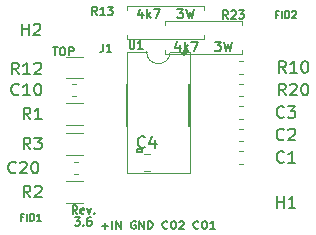
<source format=gto>
G04 #@! TF.GenerationSoftware,KiCad,Pcbnew,(5.1.9-0-10_14)*
G04 #@! TF.CreationDate,2021-04-22T16:17:37+10:00*
G04 #@! TF.ProjectId,VR-Conditioner-MAX9926+reg,56522d43-6f6e-4646-9974-696f6e65722d,3.6*
G04 #@! TF.SameCoordinates,PX68c4118PY713e7a8*
G04 #@! TF.FileFunction,Legend,Top*
G04 #@! TF.FilePolarity,Positive*
%FSLAX46Y46*%
G04 Gerber Fmt 4.6, Leading zero omitted, Abs format (unit mm)*
G04 Created by KiCad (PCBNEW (5.1.9-0-10_14)) date 2021-04-22 16:17:37*
%MOMM*%
%LPD*%
G01*
G04 APERTURE LIST*
%ADD10C,0.150000*%
%ADD11C,0.120000*%
%ADD12C,0.152400*%
G04 APERTURE END LIST*
D10*
X5393333Y1202143D02*
X5926666Y1202143D01*
X5660000Y973572D02*
X5660000Y1430715D01*
X6260000Y973572D02*
X6260000Y1573572D01*
X6593333Y973572D02*
X6593333Y1573572D01*
X6993333Y973572D01*
X6993333Y1573572D01*
X8226666Y1545000D02*
X8160000Y1573572D01*
X8060000Y1573572D01*
X7960000Y1545000D01*
X7893333Y1487858D01*
X7860000Y1430715D01*
X7826666Y1316429D01*
X7826666Y1230715D01*
X7860000Y1116429D01*
X7893333Y1059286D01*
X7960000Y1002143D01*
X8060000Y973572D01*
X8126666Y973572D01*
X8226666Y1002143D01*
X8260000Y1030715D01*
X8260000Y1230715D01*
X8126666Y1230715D01*
X8560000Y973572D02*
X8560000Y1573572D01*
X8960000Y973572D01*
X8960000Y1573572D01*
X9293333Y973572D02*
X9293333Y1573572D01*
X9460000Y1573572D01*
X9560000Y1545000D01*
X9626666Y1487858D01*
X9660000Y1430715D01*
X9693333Y1316429D01*
X9693333Y1230715D01*
X9660000Y1116429D01*
X9626666Y1059286D01*
X9560000Y1002143D01*
X9460000Y973572D01*
X9293333Y973572D01*
X10926666Y1030715D02*
X10893333Y1002143D01*
X10793333Y973572D01*
X10726666Y973572D01*
X10626666Y1002143D01*
X10560000Y1059286D01*
X10526666Y1116429D01*
X10493333Y1230715D01*
X10493333Y1316429D01*
X10526666Y1430715D01*
X10560000Y1487858D01*
X10626666Y1545000D01*
X10726666Y1573572D01*
X10793333Y1573572D01*
X10893333Y1545000D01*
X10926666Y1516429D01*
X11360000Y1573572D02*
X11493333Y1573572D01*
X11560000Y1545000D01*
X11626666Y1487858D01*
X11660000Y1373572D01*
X11660000Y1173572D01*
X11626666Y1059286D01*
X11560000Y1002143D01*
X11493333Y973572D01*
X11360000Y973572D01*
X11293333Y1002143D01*
X11226666Y1059286D01*
X11193333Y1173572D01*
X11193333Y1373572D01*
X11226666Y1487858D01*
X11293333Y1545000D01*
X11360000Y1573572D01*
X11926666Y1516429D02*
X11960000Y1545000D01*
X12026666Y1573572D01*
X12193333Y1573572D01*
X12260000Y1545000D01*
X12293333Y1516429D01*
X12326666Y1459286D01*
X12326666Y1402143D01*
X12293333Y1316429D01*
X11893333Y973572D01*
X12326666Y973572D01*
X13560000Y1030715D02*
X13526666Y1002143D01*
X13426666Y973572D01*
X13360000Y973572D01*
X13260000Y1002143D01*
X13193333Y1059286D01*
X13160000Y1116429D01*
X13126666Y1230715D01*
X13126666Y1316429D01*
X13160000Y1430715D01*
X13193333Y1487858D01*
X13260000Y1545000D01*
X13360000Y1573572D01*
X13426666Y1573572D01*
X13526666Y1545000D01*
X13560000Y1516429D01*
X13993333Y1573572D02*
X14126666Y1573572D01*
X14193333Y1545000D01*
X14260000Y1487858D01*
X14293333Y1373572D01*
X14293333Y1173572D01*
X14260000Y1059286D01*
X14193333Y1002143D01*
X14126666Y973572D01*
X13993333Y973572D01*
X13926666Y1002143D01*
X13860000Y1059286D01*
X13826666Y1173572D01*
X13826666Y1373572D01*
X13860000Y1487858D01*
X13926666Y1545000D01*
X13993333Y1573572D01*
X14960000Y973572D02*
X14560000Y973572D01*
X14760000Y973572D02*
X14760000Y1573572D01*
X14693333Y1487858D01*
X14626666Y1430715D01*
X14560000Y1402143D01*
X1228333Y16328334D02*
X1628333Y16328334D01*
X1428333Y15628334D02*
X1428333Y16328334D01*
X1995000Y16328334D02*
X2128333Y16328334D01*
X2195000Y16295000D01*
X2261666Y16228334D01*
X2295000Y16095000D01*
X2295000Y15861667D01*
X2261666Y15728334D01*
X2195000Y15661667D01*
X2128333Y15628334D01*
X1995000Y15628334D01*
X1928333Y15661667D01*
X1861666Y15728334D01*
X1828333Y15861667D01*
X1828333Y16095000D01*
X1861666Y16228334D01*
X1928333Y16295000D01*
X1995000Y16328334D01*
X2595000Y15628334D02*
X2595000Y16328334D01*
X2861666Y16328334D01*
X2928333Y16295000D01*
X2961666Y16261667D01*
X2995000Y16195000D01*
X2995000Y16095000D01*
X2961666Y16028334D01*
X2928333Y15995000D01*
X2861666Y15961667D01*
X2595000Y15961667D01*
X3076666Y1907334D02*
X3510000Y1907334D01*
X3276666Y1640667D01*
X3376666Y1640667D01*
X3443333Y1607334D01*
X3476666Y1574000D01*
X3510000Y1507334D01*
X3510000Y1340667D01*
X3476666Y1274000D01*
X3443333Y1240667D01*
X3376666Y1207334D01*
X3176666Y1207334D01*
X3110000Y1240667D01*
X3076666Y1274000D01*
X3810000Y1274000D02*
X3843333Y1240667D01*
X3810000Y1207334D01*
X3776666Y1240667D01*
X3810000Y1274000D01*
X3810000Y1207334D01*
X4443333Y1907334D02*
X4310000Y1907334D01*
X4243333Y1874000D01*
X4210000Y1840667D01*
X4143333Y1740667D01*
X4110000Y1607334D01*
X4110000Y1340667D01*
X4143333Y1274000D01*
X4176666Y1240667D01*
X4243333Y1207334D01*
X4376666Y1207334D01*
X4443333Y1240667D01*
X4476666Y1274000D01*
X4510000Y1340667D01*
X4510000Y1507334D01*
X4476666Y1574000D01*
X4443333Y1607334D01*
X4376666Y1640667D01*
X4243333Y1640667D01*
X4176666Y1607334D01*
X4143333Y1574000D01*
X4110000Y1507334D01*
X3293333Y2223334D02*
X3060000Y2556667D01*
X2893333Y2223334D02*
X2893333Y2923334D01*
X3160000Y2923334D01*
X3226666Y2890000D01*
X3260000Y2856667D01*
X3293333Y2790000D01*
X3293333Y2690000D01*
X3260000Y2623334D01*
X3226666Y2590000D01*
X3160000Y2556667D01*
X2893333Y2556667D01*
X3860000Y2256667D02*
X3793333Y2223334D01*
X3660000Y2223334D01*
X3593333Y2256667D01*
X3560000Y2323334D01*
X3560000Y2590000D01*
X3593333Y2656667D01*
X3660000Y2690000D01*
X3793333Y2690000D01*
X3860000Y2656667D01*
X3893333Y2590000D01*
X3893333Y2523334D01*
X3560000Y2456667D01*
X4126666Y2690000D02*
X4293333Y2223334D01*
X4460000Y2690000D01*
X4726666Y2290000D02*
X4760000Y2256667D01*
X4726666Y2223334D01*
X4693333Y2256667D01*
X4726666Y2290000D01*
X4726666Y2223334D01*
X11970000Y16516429D02*
X11970000Y15983096D01*
X11779523Y16821191D02*
X11589047Y16249762D01*
X12084285Y16249762D01*
X12389047Y15983096D02*
X12389047Y16783096D01*
X12465238Y16287858D02*
X12693809Y15983096D01*
X12693809Y16516429D02*
X12389047Y16211667D01*
X12960476Y16783096D02*
X13493809Y16783096D01*
X13150952Y15983096D01*
X14941428Y16783096D02*
X15436666Y16783096D01*
X15170000Y16478334D01*
X15284285Y16478334D01*
X15360476Y16440239D01*
X15398571Y16402143D01*
X15436666Y16325953D01*
X15436666Y16135477D01*
X15398571Y16059286D01*
X15360476Y16021191D01*
X15284285Y15983096D01*
X15055714Y15983096D01*
X14979523Y16021191D01*
X14941428Y16059286D01*
X15703333Y16783096D02*
X15893809Y15983096D01*
X16046190Y16554524D01*
X16198571Y15983096D01*
X16389047Y16783096D01*
X8795000Y19296429D02*
X8795000Y18763096D01*
X8604523Y19601191D02*
X8414047Y19029762D01*
X8909285Y19029762D01*
X9214047Y18763096D02*
X9214047Y19563096D01*
X9290238Y19067858D02*
X9518809Y18763096D01*
X9518809Y19296429D02*
X9214047Y18991667D01*
X9785476Y19563096D02*
X10318809Y19563096D01*
X9975952Y18763096D01*
X11766428Y19563096D02*
X12261666Y19563096D01*
X11995000Y19258334D01*
X12109285Y19258334D01*
X12185476Y19220239D01*
X12223571Y19182143D01*
X12261666Y19105953D01*
X12261666Y18915477D01*
X12223571Y18839286D01*
X12185476Y18801191D01*
X12109285Y18763096D01*
X11880714Y18763096D01*
X11804523Y18801191D01*
X11766428Y18839286D01*
X12528333Y19563096D02*
X12718809Y18763096D01*
X12871190Y19334524D01*
X13023571Y18763096D01*
X13214047Y19563096D01*
D11*
G04 #@! TO.C,C20*
X3337779Y6606000D02*
X3012221Y6606000D01*
X3337779Y5586000D02*
X3012221Y5586000D01*
G04 #@! TO.C,C10*
X3210779Y13210000D02*
X2885221Y13210000D01*
X3210779Y12190000D02*
X2885221Y12190000D01*
G04 #@! TO.C,C4*
X8933922Y5885000D02*
X9451078Y5885000D01*
X8933922Y7305000D02*
X9451078Y7305000D01*
G04 #@! TO.C,C3*
X17307779Y11305000D02*
X16982221Y11305000D01*
X17307779Y10285000D02*
X16982221Y10285000D01*
G04 #@! TO.C,C2*
X17307779Y9400000D02*
X16982221Y9400000D01*
X17307779Y8380000D02*
X16982221Y8380000D01*
G04 #@! TO.C,C1*
X17307779Y7495000D02*
X16982221Y7495000D01*
X17307779Y6475000D02*
X16982221Y6475000D01*
G04 #@! TO.C,R23*
X10700000Y18185000D02*
X10700000Y18515000D01*
X10700000Y18515000D02*
X17240000Y18515000D01*
X17240000Y18515000D02*
X17240000Y18185000D01*
X10700000Y16105000D02*
X10700000Y15775000D01*
X10700000Y15775000D02*
X17240000Y15775000D01*
X17240000Y15775000D02*
X17240000Y16105000D01*
G04 #@! TO.C,R13*
X7525000Y19455000D02*
X7525000Y19785000D01*
X7525000Y19785000D02*
X14065000Y19785000D01*
X14065000Y19785000D02*
X14065000Y19455000D01*
X7525000Y17375000D02*
X7525000Y17045000D01*
X7525000Y17045000D02*
X14065000Y17045000D01*
X14065000Y17045000D02*
X14065000Y17375000D01*
D12*
G04 #@! TO.C,U1*
X7543800Y13171055D02*
X7543800Y9688945D01*
X12776200Y9688945D02*
X12776200Y13171055D01*
X8763000Y7473201D02*
X8382000Y7473201D01*
X8382000Y7473201D02*
X8382000Y7727201D01*
X8382000Y7727201D02*
X8763000Y7727201D01*
X8763000Y7727201D02*
X8763000Y7473201D01*
D11*
G04 #@! TO.C,R20*
X17316267Y12190000D02*
X16973733Y12190000D01*
X17316267Y13210000D02*
X16973733Y13210000D01*
G04 #@! TO.C,R10*
X17316267Y14095000D02*
X16973733Y14095000D01*
X17316267Y15115000D02*
X16973733Y15115000D01*
G04 #@! TO.C,J1*
X9160000Y15935000D02*
X7510000Y15935000D01*
X7510000Y15935000D02*
X7510000Y5655000D01*
X7510000Y5655000D02*
X12810000Y5655000D01*
X12810000Y5655000D02*
X12810000Y15935000D01*
X12810000Y15935000D02*
X11160000Y15935000D01*
X11160000Y15935000D02*
G75*
G02*
X9160000Y15935000I-1000000J0D01*
G01*
G04 #@! TO.C,R1*
X3775064Y9758000D02*
X2320936Y9758000D01*
X3775064Y11578000D02*
X2320936Y11578000D01*
G04 #@! TO.C,R2*
X3775064Y4974000D02*
X2320936Y4974000D01*
X3775064Y3154000D02*
X2320936Y3154000D01*
G04 #@! TO.C,R3*
X3775064Y7218000D02*
X2320936Y7218000D01*
X3775064Y9038000D02*
X2320936Y9038000D01*
G04 #@! TO.C,R12*
X3775064Y15515000D02*
X2320936Y15515000D01*
X3775064Y13695000D02*
X2320936Y13695000D01*
G04 #@! TO.C,C20*
D10*
X-1912858Y5738858D02*
X-1960477Y5691239D01*
X-2103334Y5643620D01*
X-2198572Y5643620D01*
X-2341429Y5691239D01*
X-2436667Y5786477D01*
X-2484286Y5881715D01*
X-2531905Y6072191D01*
X-2531905Y6215048D01*
X-2484286Y6405524D01*
X-2436667Y6500762D01*
X-2341429Y6596000D01*
X-2198572Y6643620D01*
X-2103334Y6643620D01*
X-1960477Y6596000D01*
X-1912858Y6548381D01*
X-1531905Y6548381D02*
X-1484286Y6596000D01*
X-1389048Y6643620D01*
X-1150953Y6643620D01*
X-1055715Y6596000D01*
X-1008096Y6548381D01*
X-960477Y6453143D01*
X-960477Y6357905D01*
X-1008096Y6215048D01*
X-1579524Y5643620D01*
X-960477Y5643620D01*
X-341429Y6643620D02*
X-246191Y6643620D01*
X-150953Y6596000D01*
X-103334Y6548381D01*
X-55715Y6453143D01*
X-8096Y6262667D01*
X-8096Y6024572D01*
X-55715Y5834096D01*
X-103334Y5738858D01*
X-150953Y5691239D01*
X-246191Y5643620D01*
X-341429Y5643620D01*
X-436667Y5691239D01*
X-484286Y5738858D01*
X-531905Y5834096D01*
X-579524Y6024572D01*
X-579524Y6262667D01*
X-531905Y6453143D01*
X-484286Y6548381D01*
X-436667Y6596000D01*
X-341429Y6643620D01*
G04 #@! TO.C,C10*
X-1658858Y12342858D02*
X-1706477Y12295239D01*
X-1849334Y12247620D01*
X-1944572Y12247620D01*
X-2087429Y12295239D01*
X-2182667Y12390477D01*
X-2230286Y12485715D01*
X-2277905Y12676191D01*
X-2277905Y12819048D01*
X-2230286Y13009524D01*
X-2182667Y13104762D01*
X-2087429Y13200000D01*
X-1944572Y13247620D01*
X-1849334Y13247620D01*
X-1706477Y13200000D01*
X-1658858Y13152381D01*
X-706477Y12247620D02*
X-1277905Y12247620D01*
X-992191Y12247620D02*
X-992191Y13247620D01*
X-1087429Y13104762D01*
X-1182667Y13009524D01*
X-1277905Y12961905D01*
X-87429Y13247620D02*
X7809Y13247620D01*
X103047Y13200000D01*
X150666Y13152381D01*
X198285Y13057143D01*
X245904Y12866667D01*
X245904Y12628572D01*
X198285Y12438096D01*
X150666Y12342858D01*
X103047Y12295239D01*
X7809Y12247620D01*
X-87429Y12247620D01*
X-182667Y12295239D01*
X-230286Y12342858D01*
X-277905Y12438096D01*
X-325524Y12628572D01*
X-325524Y12866667D01*
X-277905Y13057143D01*
X-230286Y13152381D01*
X-182667Y13200000D01*
X-87429Y13247620D01*
G04 #@! TO.C,C4*
X9025833Y7887858D02*
X8978214Y7840239D01*
X8835357Y7792620D01*
X8740119Y7792620D01*
X8597261Y7840239D01*
X8502023Y7935477D01*
X8454404Y8030715D01*
X8406785Y8221191D01*
X8406785Y8364048D01*
X8454404Y8554524D01*
X8502023Y8649762D01*
X8597261Y8745000D01*
X8740119Y8792620D01*
X8835357Y8792620D01*
X8978214Y8745000D01*
X9025833Y8697381D01*
X9882976Y8459286D02*
X9882976Y7792620D01*
X9644880Y8840239D02*
X9406785Y8125953D01*
X10025833Y8125953D01*
G04 #@! TO.C,C3*
X20788333Y10437858D02*
X20740714Y10390239D01*
X20597857Y10342620D01*
X20502619Y10342620D01*
X20359761Y10390239D01*
X20264523Y10485477D01*
X20216904Y10580715D01*
X20169285Y10771191D01*
X20169285Y10914048D01*
X20216904Y11104524D01*
X20264523Y11199762D01*
X20359761Y11295000D01*
X20502619Y11342620D01*
X20597857Y11342620D01*
X20740714Y11295000D01*
X20788333Y11247381D01*
X21121666Y11342620D02*
X21740714Y11342620D01*
X21407380Y10961667D01*
X21550238Y10961667D01*
X21645476Y10914048D01*
X21693095Y10866429D01*
X21740714Y10771191D01*
X21740714Y10533096D01*
X21693095Y10437858D01*
X21645476Y10390239D01*
X21550238Y10342620D01*
X21264523Y10342620D01*
X21169285Y10390239D01*
X21121666Y10437858D01*
G04 #@! TO.C,C2*
X20788333Y8532858D02*
X20740714Y8485239D01*
X20597857Y8437620D01*
X20502619Y8437620D01*
X20359761Y8485239D01*
X20264523Y8580477D01*
X20216904Y8675715D01*
X20169285Y8866191D01*
X20169285Y9009048D01*
X20216904Y9199524D01*
X20264523Y9294762D01*
X20359761Y9390000D01*
X20502619Y9437620D01*
X20597857Y9437620D01*
X20740714Y9390000D01*
X20788333Y9342381D01*
X21169285Y9342381D02*
X21216904Y9390000D01*
X21312142Y9437620D01*
X21550238Y9437620D01*
X21645476Y9390000D01*
X21693095Y9342381D01*
X21740714Y9247143D01*
X21740714Y9151905D01*
X21693095Y9009048D01*
X21121666Y8437620D01*
X21740714Y8437620D01*
G04 #@! TO.C,C1*
X20788333Y6627858D02*
X20740714Y6580239D01*
X20597857Y6532620D01*
X20502619Y6532620D01*
X20359761Y6580239D01*
X20264523Y6675477D01*
X20216904Y6770715D01*
X20169285Y6961191D01*
X20169285Y7104048D01*
X20216904Y7294524D01*
X20264523Y7389762D01*
X20359761Y7485000D01*
X20502619Y7532620D01*
X20597857Y7532620D01*
X20740714Y7485000D01*
X20788333Y7437381D01*
X21740714Y6532620D02*
X21169285Y6532620D01*
X21455000Y6532620D02*
X21455000Y7532620D01*
X21359761Y7389762D01*
X21264523Y7294524D01*
X21169285Y7246905D01*
G04 #@! TO.C,H2*
X-1396905Y17327620D02*
X-1396905Y18327620D01*
X-1396905Y17851429D02*
X-825477Y17851429D01*
X-825477Y17327620D02*
X-825477Y18327620D01*
X-396905Y18232381D02*
X-349286Y18280000D01*
X-254048Y18327620D01*
X-15953Y18327620D01*
X79285Y18280000D01*
X126904Y18232381D01*
X174523Y18137143D01*
X174523Y18041905D01*
X126904Y17899048D01*
X-444524Y17327620D01*
X174523Y17327620D01*
G04 #@! TO.C,H1*
X20193095Y2722620D02*
X20193095Y3722620D01*
X20193095Y3246429D02*
X20764523Y3246429D01*
X20764523Y2722620D02*
X20764523Y3722620D01*
X21764523Y2722620D02*
X21193095Y2722620D01*
X21478809Y2722620D02*
X21478809Y3722620D01*
X21383571Y3579762D01*
X21288333Y3484524D01*
X21193095Y3436905D01*
G04 #@! TO.C,R23*
X16060000Y18733334D02*
X15826666Y19066667D01*
X15660000Y18733334D02*
X15660000Y19433334D01*
X15926666Y19433334D01*
X15993333Y19400000D01*
X16026666Y19366667D01*
X16060000Y19300000D01*
X16060000Y19200000D01*
X16026666Y19133334D01*
X15993333Y19100000D01*
X15926666Y19066667D01*
X15660000Y19066667D01*
X16326666Y19366667D02*
X16360000Y19400000D01*
X16426666Y19433334D01*
X16593333Y19433334D01*
X16660000Y19400000D01*
X16693333Y19366667D01*
X16726666Y19300000D01*
X16726666Y19233334D01*
X16693333Y19133334D01*
X16293333Y18733334D01*
X16726666Y18733334D01*
X16960000Y19433334D02*
X17393333Y19433334D01*
X17160000Y19166667D01*
X17260000Y19166667D01*
X17326666Y19133334D01*
X17360000Y19100000D01*
X17393333Y19033334D01*
X17393333Y18866667D01*
X17360000Y18800000D01*
X17326666Y18766667D01*
X17260000Y18733334D01*
X17060000Y18733334D01*
X16993333Y18766667D01*
X16960000Y18800000D01*
G04 #@! TO.C,R13*
X4967282Y19048803D02*
X4733948Y19382136D01*
X4567282Y19048803D02*
X4567282Y19748803D01*
X4833948Y19748803D01*
X4900615Y19715469D01*
X4933948Y19682136D01*
X4967282Y19615469D01*
X4967282Y19515469D01*
X4933948Y19448803D01*
X4900615Y19415469D01*
X4833948Y19382136D01*
X4567282Y19382136D01*
X5633948Y19048803D02*
X5233948Y19048803D01*
X5433948Y19048803D02*
X5433948Y19748803D01*
X5367282Y19648803D01*
X5300615Y19582136D01*
X5233948Y19548803D01*
X5867282Y19748803D02*
X6300615Y19748803D01*
X6067282Y19482136D01*
X6167282Y19482136D01*
X6233948Y19448803D01*
X6267282Y19415469D01*
X6300615Y19348803D01*
X6300615Y19182136D01*
X6267282Y19115469D01*
X6233948Y19082136D01*
X6167282Y19048803D01*
X5967282Y19048803D01*
X5900615Y19082136D01*
X5867282Y19115469D01*
G04 #@! TO.C,U1*
X7721666Y16893334D02*
X7721666Y16326667D01*
X7755000Y16260000D01*
X7788333Y16226667D01*
X7855000Y16193334D01*
X7988333Y16193334D01*
X8055000Y16226667D01*
X8088333Y16260000D01*
X8121666Y16326667D01*
X8121666Y16893334D01*
X8821666Y16193334D02*
X8421666Y16193334D01*
X8621666Y16193334D02*
X8621666Y16893334D01*
X8555000Y16793334D01*
X8488333Y16726667D01*
X8421666Y16693334D01*
X12152380Y15875000D02*
X12390476Y15875000D01*
X12295238Y15636905D02*
X12390476Y15875000D01*
X12295238Y16113096D01*
X12580952Y15732143D02*
X12390476Y15875000D01*
X12580952Y16017858D01*
X12152380Y15875000D02*
X12390476Y15875000D01*
X12295238Y15636905D02*
X12390476Y15875000D01*
X12295238Y16113096D01*
X12580952Y15732143D02*
X12390476Y15875000D01*
X12580952Y16017858D01*
G04 #@! TO.C,R20*
X20947142Y12247620D02*
X20613809Y12723810D01*
X20375714Y12247620D02*
X20375714Y13247620D01*
X20756666Y13247620D01*
X20851904Y13200000D01*
X20899523Y13152381D01*
X20947142Y13057143D01*
X20947142Y12914286D01*
X20899523Y12819048D01*
X20851904Y12771429D01*
X20756666Y12723810D01*
X20375714Y12723810D01*
X21328095Y13152381D02*
X21375714Y13200000D01*
X21470952Y13247620D01*
X21709047Y13247620D01*
X21804285Y13200000D01*
X21851904Y13152381D01*
X21899523Y13057143D01*
X21899523Y12961905D01*
X21851904Y12819048D01*
X21280476Y12247620D01*
X21899523Y12247620D01*
X22518571Y13247620D02*
X22613809Y13247620D01*
X22709047Y13200000D01*
X22756666Y13152381D01*
X22804285Y13057143D01*
X22851904Y12866667D01*
X22851904Y12628572D01*
X22804285Y12438096D01*
X22756666Y12342858D01*
X22709047Y12295239D01*
X22613809Y12247620D01*
X22518571Y12247620D01*
X22423333Y12295239D01*
X22375714Y12342858D01*
X22328095Y12438096D01*
X22280476Y12628572D01*
X22280476Y12866667D01*
X22328095Y13057143D01*
X22375714Y13152381D01*
X22423333Y13200000D01*
X22518571Y13247620D01*
G04 #@! TO.C,R10*
X20947142Y14152620D02*
X20613809Y14628810D01*
X20375714Y14152620D02*
X20375714Y15152620D01*
X20756666Y15152620D01*
X20851904Y15105000D01*
X20899523Y15057381D01*
X20947142Y14962143D01*
X20947142Y14819286D01*
X20899523Y14724048D01*
X20851904Y14676429D01*
X20756666Y14628810D01*
X20375714Y14628810D01*
X21899523Y14152620D02*
X21328095Y14152620D01*
X21613809Y14152620D02*
X21613809Y15152620D01*
X21518571Y15009762D01*
X21423333Y14914524D01*
X21328095Y14866905D01*
X22518571Y15152620D02*
X22613809Y15152620D01*
X22709047Y15105000D01*
X22756666Y15057381D01*
X22804285Y14962143D01*
X22851904Y14771667D01*
X22851904Y14533572D01*
X22804285Y14343096D01*
X22756666Y14247858D01*
X22709047Y14200239D01*
X22613809Y14152620D01*
X22518571Y14152620D01*
X22423333Y14200239D01*
X22375714Y14247858D01*
X22328095Y14343096D01*
X22280476Y14533572D01*
X22280476Y14771667D01*
X22328095Y14962143D01*
X22375714Y15057381D01*
X22423333Y15105000D01*
X22518571Y15152620D01*
G04 #@! TO.C,J1*
X5481666Y16628334D02*
X5481666Y16128334D01*
X5448333Y16028334D01*
X5381666Y15961667D01*
X5281666Y15928334D01*
X5215000Y15928334D01*
X6181666Y15928334D02*
X5781666Y15928334D01*
X5981666Y15928334D02*
X5981666Y16628334D01*
X5915000Y16528334D01*
X5848333Y16461667D01*
X5781666Y16428334D01*
G04 #@! TO.C,FID2*
X20312142Y19092858D02*
X20112142Y19092858D01*
X20112142Y18778572D02*
X20112142Y19378572D01*
X20397857Y19378572D01*
X20626428Y18778572D02*
X20626428Y19378572D01*
X20912142Y18778572D02*
X20912142Y19378572D01*
X21055000Y19378572D01*
X21140714Y19350000D01*
X21197857Y19292858D01*
X21226428Y19235715D01*
X21255000Y19121429D01*
X21255000Y19035715D01*
X21226428Y18921429D01*
X21197857Y18864286D01*
X21140714Y18807143D01*
X21055000Y18778572D01*
X20912142Y18778572D01*
X21483571Y19321429D02*
X21512142Y19350000D01*
X21569285Y19378572D01*
X21712142Y19378572D01*
X21769285Y19350000D01*
X21797857Y19321429D01*
X21826428Y19264286D01*
X21826428Y19207143D01*
X21797857Y19121429D01*
X21455000Y18778572D01*
X21826428Y18778572D01*
G04 #@! TO.C,FID1*
X-1277858Y1947858D02*
X-1477858Y1947858D01*
X-1477858Y1633572D02*
X-1477858Y2233572D01*
X-1192143Y2233572D01*
X-963572Y1633572D02*
X-963572Y2233572D01*
X-677858Y1633572D02*
X-677858Y2233572D01*
X-535000Y2233572D01*
X-449286Y2205000D01*
X-392143Y2147858D01*
X-363572Y2090715D01*
X-335000Y1976429D01*
X-335000Y1890715D01*
X-363572Y1776429D01*
X-392143Y1719286D01*
X-449286Y1662143D01*
X-535000Y1633572D01*
X-677858Y1633572D01*
X236428Y1633572D02*
X-106429Y1633572D01*
X65000Y1633572D02*
X65000Y2233572D01*
X7857Y2147858D01*
X-49286Y2090715D01*
X-106429Y2062143D01*
G04 #@! TO.C,R1*
X-674667Y10215620D02*
X-1008000Y10691810D01*
X-1246096Y10215620D02*
X-1246096Y11215620D01*
X-865143Y11215620D01*
X-769905Y11168000D01*
X-722286Y11120381D01*
X-674667Y11025143D01*
X-674667Y10882286D01*
X-722286Y10787048D01*
X-769905Y10739429D01*
X-865143Y10691810D01*
X-1246096Y10691810D01*
X277714Y10215620D02*
X-293715Y10215620D01*
X-8000Y10215620D02*
X-8000Y11215620D01*
X-103239Y11072762D01*
X-198477Y10977524D01*
X-293715Y10929905D01*
G04 #@! TO.C,R2*
X-674667Y3611620D02*
X-1008000Y4087810D01*
X-1246096Y3611620D02*
X-1246096Y4611620D01*
X-865143Y4611620D01*
X-769905Y4564000D01*
X-722286Y4516381D01*
X-674667Y4421143D01*
X-674667Y4278286D01*
X-722286Y4183048D01*
X-769905Y4135429D01*
X-865143Y4087810D01*
X-1246096Y4087810D01*
X-293715Y4516381D02*
X-246096Y4564000D01*
X-150858Y4611620D01*
X87238Y4611620D01*
X182476Y4564000D01*
X230095Y4516381D01*
X277714Y4421143D01*
X277714Y4325905D01*
X230095Y4183048D01*
X-341334Y3611620D01*
X277714Y3611620D01*
G04 #@! TO.C,R3*
X-674667Y7675620D02*
X-1008000Y8151810D01*
X-1246096Y7675620D02*
X-1246096Y8675620D01*
X-865143Y8675620D01*
X-769905Y8628000D01*
X-722286Y8580381D01*
X-674667Y8485143D01*
X-674667Y8342286D01*
X-722286Y8247048D01*
X-769905Y8199429D01*
X-865143Y8151810D01*
X-1246096Y8151810D01*
X-341334Y8675620D02*
X277714Y8675620D01*
X-55620Y8294667D01*
X87238Y8294667D01*
X182476Y8247048D01*
X230095Y8199429D01*
X277714Y8104191D01*
X277714Y7866096D01*
X230095Y7770858D01*
X182476Y7723239D01*
X87238Y7675620D01*
X-198477Y7675620D01*
X-293715Y7723239D01*
X-341334Y7770858D01*
G04 #@! TO.C,R12*
X-1658858Y14025620D02*
X-1992191Y14501810D01*
X-2230286Y14025620D02*
X-2230286Y15025620D01*
X-1849334Y15025620D01*
X-1754096Y14978000D01*
X-1706477Y14930381D01*
X-1658858Y14835143D01*
X-1658858Y14692286D01*
X-1706477Y14597048D01*
X-1754096Y14549429D01*
X-1849334Y14501810D01*
X-2230286Y14501810D01*
X-706477Y14025620D02*
X-1277905Y14025620D01*
X-992191Y14025620D02*
X-992191Y15025620D01*
X-1087429Y14882762D01*
X-1182667Y14787524D01*
X-1277905Y14739905D01*
X-325524Y14930381D02*
X-277905Y14978000D01*
X-182667Y15025620D01*
X55428Y15025620D01*
X150666Y14978000D01*
X198285Y14930381D01*
X245904Y14835143D01*
X245904Y14739905D01*
X198285Y14597048D01*
X-373143Y14025620D01*
X245904Y14025620D01*
G04 #@! TD*
M02*

</source>
